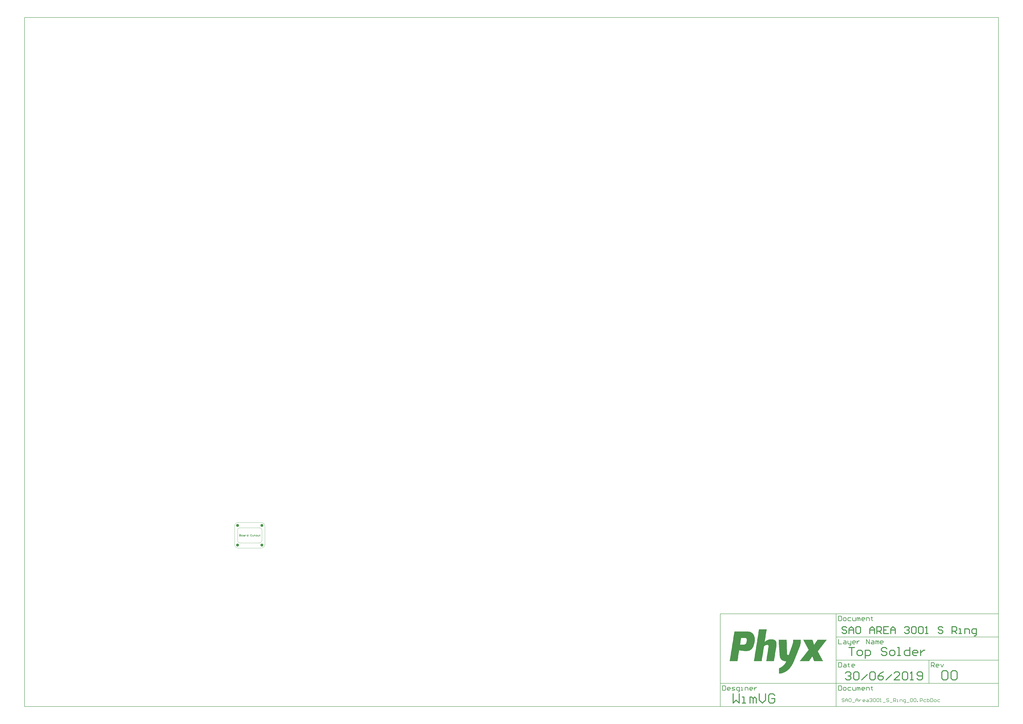
<source format=gts>
G04*
G04 #@! TF.GenerationSoftware,Altium Limited,Altium Designer,18.1.11 (251)*
G04*
G04 Layer_Color=8388736*
%FSLAX25Y25*%
%MOIN*%
G70*
G01*
G75*
%ADD10C,0.01575*%
%ADD11C,0.00394*%
%ADD12C,0.00591*%
%ADD13C,0.00787*%
%ADD14C,0.00984*%
%ADD15C,0.05118*%
G36*
X1005337Y-155808D02*
X1005050D01*
Y-156094D01*
X1004764D01*
Y-156380D01*
Y-156667D01*
X1004478D01*
Y-156953D01*
X1004192D01*
Y-157239D01*
X1003905D01*
Y-157526D01*
Y-157812D01*
X1003619D01*
Y-158098D01*
X1003333D01*
Y-158385D01*
X1003046D01*
Y-158671D01*
X1002760D01*
Y-158957D01*
Y-159244D01*
X1002474D01*
Y-159530D01*
X1002187D01*
Y-159816D01*
X1001901D01*
Y-160102D01*
Y-160389D01*
X1001615D01*
Y-160675D01*
X1001328D01*
Y-160961D01*
X1001042D01*
Y-161248D01*
X1000756D01*
Y-161534D01*
Y-161820D01*
X1000469D01*
Y-162107D01*
X1000183D01*
Y-162393D01*
X999897D01*
Y-162679D01*
Y-162966D01*
X999611D01*
Y-163252D01*
X999324D01*
Y-163538D01*
X999038D01*
Y-163824D01*
Y-164111D01*
X998752D01*
Y-164397D01*
X998465D01*
Y-164683D01*
X998179D01*
Y-164970D01*
X997893D01*
Y-165256D01*
Y-165542D01*
X997606D01*
Y-165829D01*
X997320D01*
Y-166115D01*
X997034D01*
Y-166401D01*
Y-166688D01*
X996747D01*
Y-166974D01*
X996461D01*
Y-167260D01*
X996175D01*
Y-167547D01*
Y-167833D01*
X995889D01*
Y-168119D01*
X995602D01*
Y-168405D01*
X995316D01*
Y-168692D01*
X995030D01*
Y-168978D01*
Y-169264D01*
X994743D01*
Y-169551D01*
X994457D01*
Y-169837D01*
X994171D01*
Y-170123D01*
Y-170410D01*
X993884D01*
Y-170696D01*
X993598D01*
Y-170982D01*
X993312D01*
Y-171269D01*
Y-171555D01*
X993025D01*
Y-171841D01*
X992739D01*
Y-172127D01*
X992453D01*
Y-172414D01*
X992166D01*
Y-172700D01*
Y-172986D01*
X991880D01*
Y-173273D01*
X991594D01*
Y-173559D01*
X991308D01*
Y-173845D01*
Y-174132D01*
X991021D01*
Y-174418D01*
X990735D01*
Y-174704D01*
X990449D01*
Y-174991D01*
X990162D01*
Y-175277D01*
Y-175563D01*
X990449D01*
Y-175850D01*
Y-176136D01*
X990735D01*
Y-176422D01*
Y-176709D01*
X991021D01*
Y-176995D01*
X991308D01*
Y-177281D01*
Y-177568D01*
X991594D01*
Y-177854D01*
Y-178140D01*
X991880D01*
Y-178426D01*
Y-178713D01*
X992166D01*
Y-178999D01*
Y-179285D01*
X992453D01*
Y-179572D01*
Y-179858D01*
X992739D01*
Y-180144D01*
Y-180431D01*
X993025D01*
Y-180717D01*
Y-181003D01*
X993312D01*
Y-181290D01*
Y-181576D01*
X993598D01*
Y-181862D01*
X993884D01*
Y-182149D01*
Y-182435D01*
X994171D01*
Y-182721D01*
Y-183007D01*
X994457D01*
Y-183294D01*
Y-183580D01*
X994743D01*
Y-183866D01*
Y-184153D01*
X995030D01*
Y-184439D01*
Y-184725D01*
X995316D01*
Y-185012D01*
Y-185298D01*
X995602D01*
Y-185584D01*
Y-185871D01*
X995889D01*
Y-186157D01*
X996175D01*
Y-186443D01*
Y-186730D01*
X996461D01*
Y-187016D01*
Y-187302D01*
X996747D01*
Y-187588D01*
Y-187875D01*
X997034D01*
Y-188161D01*
Y-188447D01*
X997320D01*
Y-188734D01*
Y-189020D01*
X997606D01*
Y-189306D01*
Y-189593D01*
X997893D01*
Y-189879D01*
Y-190165D01*
X998179D01*
Y-190452D01*
X998465D01*
Y-190738D01*
Y-191024D01*
X998752D01*
Y-191311D01*
Y-191597D01*
X999038D01*
Y-191883D01*
X983863D01*
Y-191597D01*
X983577D01*
Y-191311D01*
Y-191024D01*
Y-190738D01*
X983291D01*
Y-190452D01*
Y-190165D01*
Y-189879D01*
X983004D01*
Y-189593D01*
Y-189306D01*
X982718D01*
Y-189020D01*
Y-188734D01*
Y-188447D01*
X982432D01*
Y-188161D01*
Y-187875D01*
Y-187588D01*
X982146D01*
Y-187302D01*
Y-187016D01*
X981859D01*
Y-186730D01*
Y-186443D01*
Y-186157D01*
X981573D01*
Y-185871D01*
Y-185584D01*
Y-185298D01*
X981287D01*
Y-185012D01*
Y-184725D01*
Y-184439D01*
X981000D01*
Y-184153D01*
X980428D01*
Y-184439D01*
Y-184725D01*
X980141D01*
Y-185012D01*
X979855D01*
Y-185298D01*
Y-185584D01*
X979569D01*
Y-185871D01*
X979282D01*
Y-186157D01*
Y-186443D01*
X978996D01*
Y-186730D01*
X978710D01*
Y-187016D01*
Y-187302D01*
X978423D01*
Y-187588D01*
X978137D01*
Y-187875D01*
X977851D01*
Y-188161D01*
Y-188447D01*
X977565D01*
Y-188734D01*
X977278D01*
Y-189020D01*
Y-189306D01*
X976992D01*
Y-189593D01*
X976705D01*
Y-189879D01*
Y-190165D01*
X976419D01*
Y-190452D01*
X976133D01*
Y-190738D01*
Y-191024D01*
X975847D01*
Y-191311D01*
X975560D01*
Y-191597D01*
Y-191883D01*
X959527D01*
Y-191597D01*
X959813D01*
Y-191311D01*
X960099D01*
Y-191024D01*
X960386D01*
Y-190738D01*
X960672D01*
Y-190452D01*
Y-190165D01*
X960958D01*
Y-189879D01*
X961245D01*
Y-189593D01*
X961531D01*
Y-189306D01*
X961817D01*
Y-189020D01*
Y-188734D01*
X962104D01*
Y-188447D01*
X962390D01*
Y-188161D01*
X962676D01*
Y-187875D01*
Y-187588D01*
X962963D01*
Y-187302D01*
X963249D01*
Y-187016D01*
X963535D01*
Y-186730D01*
X963822D01*
Y-186443D01*
Y-186157D01*
X964108D01*
Y-185871D01*
X964394D01*
Y-185584D01*
X964680D01*
Y-185298D01*
X964967D01*
Y-185012D01*
Y-184725D01*
X965253D01*
Y-184439D01*
X965539D01*
Y-184153D01*
X965826D01*
Y-183866D01*
Y-183580D01*
X966112D01*
Y-183294D01*
X966398D01*
Y-183007D01*
X966685D01*
Y-182721D01*
X966971D01*
Y-182435D01*
Y-182149D01*
X967257D01*
Y-181862D01*
X967544D01*
Y-181576D01*
X967830D01*
Y-181290D01*
Y-181003D01*
X968116D01*
Y-180717D01*
X968402D01*
Y-180431D01*
X968689D01*
Y-180144D01*
X968975D01*
Y-179858D01*
Y-179572D01*
X969261D01*
Y-179285D01*
X969548D01*
Y-178999D01*
X969834D01*
Y-178713D01*
Y-178426D01*
X970120D01*
Y-178140D01*
X970407D01*
Y-177854D01*
X970693D01*
Y-177568D01*
X970979D01*
Y-177281D01*
Y-176995D01*
X971266D01*
Y-176709D01*
X971552D01*
Y-176422D01*
X971838D01*
Y-176136D01*
X972124D01*
Y-175850D01*
Y-175563D01*
X972411D01*
Y-175277D01*
X972697D01*
Y-174991D01*
X972983D01*
Y-174704D01*
Y-174418D01*
X973270D01*
Y-174132D01*
X973556D01*
Y-173845D01*
X973842D01*
Y-173559D01*
X974129D01*
Y-173273D01*
Y-172986D01*
X974415D01*
Y-172700D01*
Y-172414D01*
Y-172127D01*
X974129D01*
Y-171841D01*
X973842D01*
Y-171555D01*
Y-171269D01*
X973556D01*
Y-170982D01*
Y-170696D01*
X973270D01*
Y-170410D01*
Y-170123D01*
X972983D01*
Y-169837D01*
Y-169551D01*
X972697D01*
Y-169264D01*
Y-168978D01*
X972411D01*
Y-168692D01*
Y-168405D01*
X972124D01*
Y-168119D01*
X971838D01*
Y-167833D01*
Y-167547D01*
X971552D01*
Y-167260D01*
Y-166974D01*
X971266D01*
Y-166688D01*
Y-166401D01*
X970979D01*
Y-166115D01*
Y-165829D01*
X970693D01*
Y-165542D01*
Y-165256D01*
X970407D01*
Y-164970D01*
Y-164683D01*
X970120D01*
Y-164397D01*
X969834D01*
Y-164111D01*
Y-163824D01*
X969548D01*
Y-163538D01*
Y-163252D01*
X969261D01*
Y-162966D01*
Y-162679D01*
X968975D01*
Y-162393D01*
Y-162107D01*
X968689D01*
Y-161820D01*
Y-161534D01*
X968402D01*
Y-161248D01*
Y-160961D01*
X968116D01*
Y-160675D01*
Y-160389D01*
X967830D01*
Y-160102D01*
X967544D01*
Y-159816D01*
Y-159530D01*
X967257D01*
Y-159244D01*
Y-158957D01*
X966971D01*
Y-158671D01*
Y-158385D01*
X966685D01*
Y-158098D01*
Y-157812D01*
X966398D01*
Y-157526D01*
Y-157239D01*
X966112D01*
Y-156953D01*
Y-156667D01*
X965826D01*
Y-156380D01*
X965539D01*
Y-156094D01*
Y-155808D01*
X965253D01*
Y-155521D01*
X981000D01*
Y-155808D01*
X981287D01*
Y-156094D01*
Y-156380D01*
Y-156667D01*
X981573D01*
Y-156953D01*
Y-157239D01*
Y-157526D01*
X981859D01*
Y-157812D01*
Y-158098D01*
Y-158385D01*
X982146D01*
Y-158671D01*
Y-158957D01*
Y-159244D01*
X982432D01*
Y-159530D01*
Y-159816D01*
Y-160102D01*
X982718D01*
Y-160389D01*
Y-160675D01*
Y-160961D01*
X983004D01*
Y-161248D01*
Y-161534D01*
Y-161820D01*
X983291D01*
Y-162107D01*
Y-162393D01*
Y-162679D01*
X983577D01*
Y-162966D01*
Y-163252D01*
Y-163538D01*
Y-163824D01*
X984150D01*
Y-163538D01*
X984436D01*
Y-163252D01*
X984722D01*
Y-162966D01*
Y-162679D01*
X985009D01*
Y-162393D01*
X985295D01*
Y-162107D01*
Y-161820D01*
X985581D01*
Y-161534D01*
X985868D01*
Y-161248D01*
Y-160961D01*
X986154D01*
Y-160675D01*
X986440D01*
Y-160389D01*
Y-160102D01*
X986726D01*
Y-159816D01*
X987013D01*
Y-159530D01*
Y-159244D01*
X987299D01*
Y-158957D01*
X987585D01*
Y-158671D01*
Y-158385D01*
X987872D01*
Y-158098D01*
X988158D01*
Y-157812D01*
Y-157526D01*
X988444D01*
Y-157239D01*
X988731D01*
Y-156953D01*
Y-156667D01*
X989017D01*
Y-156380D01*
X989303D01*
Y-156094D01*
Y-155808D01*
X989590D01*
Y-155521D01*
X1005337D01*
Y-155808D01*
D02*
G37*
G36*
X872201Y-141778D02*
X873919D01*
Y-142065D01*
X874778D01*
Y-142351D01*
X875637D01*
Y-142637D01*
X876496D01*
Y-142924D01*
X877069D01*
Y-143210D01*
X877355D01*
Y-143496D01*
X877928D01*
Y-143783D01*
X878214D01*
Y-144069D01*
X878786D01*
Y-144355D01*
X879073D01*
Y-144641D01*
X879359D01*
Y-144928D01*
X879646D01*
Y-145214D01*
X879932D01*
Y-145501D01*
X880218D01*
Y-145787D01*
X880504D01*
Y-146073D01*
Y-146359D01*
X880791D01*
Y-146646D01*
X881077D01*
Y-146932D01*
Y-147218D01*
X881363D01*
Y-147505D01*
X881650D01*
Y-147791D01*
Y-148077D01*
X881936D01*
Y-148364D01*
Y-148650D01*
Y-148936D01*
X882222D01*
Y-149223D01*
Y-149509D01*
Y-149795D01*
X882509D01*
Y-150082D01*
Y-150368D01*
Y-150654D01*
Y-150940D01*
X882795D01*
Y-151227D01*
Y-151513D01*
Y-151799D01*
Y-152086D01*
Y-152372D01*
X883081D01*
Y-152658D01*
Y-152945D01*
Y-153231D01*
Y-153517D01*
Y-153804D01*
Y-154090D01*
Y-154376D01*
Y-154663D01*
Y-154949D01*
Y-155235D01*
Y-155521D01*
Y-155808D01*
Y-156094D01*
Y-156380D01*
Y-156667D01*
Y-156953D01*
Y-157239D01*
Y-157526D01*
Y-157812D01*
Y-158098D01*
X882795D01*
Y-158385D01*
Y-158671D01*
Y-158957D01*
Y-159244D01*
Y-159530D01*
Y-159816D01*
Y-160102D01*
X882509D01*
Y-160389D01*
Y-160675D01*
Y-160961D01*
Y-161248D01*
Y-161534D01*
X882222D01*
Y-161820D01*
Y-162107D01*
Y-162393D01*
Y-162679D01*
Y-162966D01*
X881936D01*
Y-163252D01*
Y-163538D01*
Y-163824D01*
X881650D01*
Y-164111D01*
Y-164397D01*
Y-164683D01*
Y-164970D01*
X881363D01*
Y-165256D01*
Y-165542D01*
Y-165829D01*
X881077D01*
Y-166115D01*
Y-166401D01*
X880791D01*
Y-166688D01*
Y-166974D01*
Y-167260D01*
X880504D01*
Y-167547D01*
Y-167833D01*
X880218D01*
Y-168119D01*
Y-168405D01*
X879932D01*
Y-168692D01*
Y-168978D01*
X879646D01*
Y-169264D01*
X879359D01*
Y-169551D01*
Y-169837D01*
X879073D01*
Y-170123D01*
X878786D01*
Y-170410D01*
X878500D01*
Y-170696D01*
Y-170982D01*
X878214D01*
Y-171269D01*
X877928D01*
Y-171555D01*
X877641D01*
Y-171841D01*
X877355D01*
Y-172127D01*
X877069D01*
Y-172414D01*
X876496D01*
Y-172700D01*
X876210D01*
Y-172986D01*
X875637D01*
Y-173273D01*
X875351D01*
Y-173559D01*
X874778D01*
Y-173845D01*
X873919D01*
Y-174132D01*
X873060D01*
Y-174418D01*
X872201D01*
Y-174704D01*
X870483D01*
Y-174991D01*
X865330D01*
Y-174704D01*
X862753D01*
Y-174418D01*
X860749D01*
Y-174132D01*
X859317D01*
Y-173845D01*
X857886D01*
Y-173559D01*
X856454D01*
Y-173845D01*
Y-174132D01*
Y-174418D01*
Y-174704D01*
Y-174991D01*
Y-175277D01*
Y-175563D01*
X856168D01*
Y-175850D01*
Y-176136D01*
Y-176422D01*
Y-176709D01*
Y-176995D01*
Y-177281D01*
X855882D01*
Y-177568D01*
Y-177854D01*
Y-178140D01*
Y-178426D01*
Y-178713D01*
Y-178999D01*
X855595D01*
Y-179285D01*
Y-179572D01*
Y-179858D01*
Y-180144D01*
Y-180431D01*
Y-180717D01*
Y-181003D01*
X855309D01*
Y-181290D01*
Y-181576D01*
Y-181862D01*
Y-182149D01*
Y-182435D01*
Y-182721D01*
X855023D01*
Y-183007D01*
Y-183294D01*
Y-183580D01*
Y-183866D01*
Y-184153D01*
Y-184439D01*
X854736D01*
Y-184725D01*
Y-185012D01*
Y-185298D01*
Y-185584D01*
Y-185871D01*
Y-186157D01*
Y-186443D01*
X854450D01*
Y-186730D01*
Y-187016D01*
Y-187302D01*
Y-187588D01*
Y-187875D01*
Y-188161D01*
X854164D01*
Y-188447D01*
Y-188734D01*
Y-189020D01*
Y-189306D01*
Y-189593D01*
Y-189879D01*
X853877D01*
Y-190165D01*
Y-190452D01*
Y-190738D01*
Y-191024D01*
Y-191311D01*
Y-191597D01*
Y-191883D01*
X840421D01*
Y-191597D01*
X840707D01*
Y-191311D01*
Y-191024D01*
Y-190738D01*
Y-190452D01*
Y-190165D01*
X840993D01*
Y-189879D01*
Y-189593D01*
Y-189306D01*
Y-189020D01*
Y-188734D01*
Y-188447D01*
Y-188161D01*
X841280D01*
Y-187875D01*
Y-187588D01*
Y-187302D01*
Y-187016D01*
Y-186730D01*
Y-186443D01*
X841566D01*
Y-186157D01*
Y-185871D01*
Y-185584D01*
Y-185298D01*
Y-185012D01*
Y-184725D01*
X841852D01*
Y-184439D01*
Y-184153D01*
Y-183866D01*
Y-183580D01*
Y-183294D01*
Y-183007D01*
Y-182721D01*
X842138D01*
Y-182435D01*
Y-182149D01*
Y-181862D01*
Y-181576D01*
Y-181290D01*
Y-181003D01*
X842425D01*
Y-180717D01*
Y-180431D01*
Y-180144D01*
Y-179858D01*
Y-179572D01*
Y-179285D01*
X842711D01*
Y-178999D01*
Y-178713D01*
Y-178426D01*
Y-178140D01*
Y-177854D01*
Y-177568D01*
X842997D01*
Y-177281D01*
Y-176995D01*
Y-176709D01*
Y-176422D01*
Y-176136D01*
Y-175850D01*
Y-175563D01*
X843284D01*
Y-175277D01*
Y-174991D01*
Y-174704D01*
Y-174418D01*
Y-174132D01*
Y-173845D01*
X843570D01*
Y-173559D01*
Y-173273D01*
Y-172986D01*
Y-172700D01*
Y-172414D01*
Y-172127D01*
X843856D01*
Y-171841D01*
Y-171555D01*
Y-171269D01*
Y-170982D01*
Y-170696D01*
Y-170410D01*
X844143D01*
Y-170123D01*
Y-169837D01*
Y-169551D01*
Y-169264D01*
Y-168978D01*
Y-168692D01*
Y-168405D01*
X844429D01*
Y-168119D01*
Y-167833D01*
Y-167547D01*
Y-167260D01*
Y-166974D01*
Y-166688D01*
X844715D01*
Y-166401D01*
Y-166115D01*
Y-165829D01*
Y-165542D01*
Y-165256D01*
Y-164970D01*
X845002D01*
Y-164683D01*
Y-164397D01*
Y-164111D01*
Y-163824D01*
Y-163538D01*
Y-163252D01*
Y-162966D01*
X845288D01*
Y-162679D01*
Y-162393D01*
Y-162107D01*
Y-161820D01*
Y-161534D01*
Y-161248D01*
X845574D01*
Y-160961D01*
Y-160675D01*
Y-160389D01*
Y-160102D01*
Y-159816D01*
Y-159530D01*
X845861D01*
Y-159244D01*
Y-158957D01*
Y-158671D01*
Y-158385D01*
Y-158098D01*
Y-157812D01*
X846147D01*
Y-157526D01*
Y-157239D01*
Y-156953D01*
Y-156667D01*
Y-156380D01*
Y-156094D01*
Y-155808D01*
X846433D01*
Y-155521D01*
Y-155235D01*
Y-154949D01*
Y-154663D01*
Y-154376D01*
Y-154090D01*
X846719D01*
Y-153804D01*
Y-153517D01*
Y-153231D01*
Y-152945D01*
Y-152658D01*
Y-152372D01*
X847006D01*
Y-152086D01*
Y-151799D01*
Y-151513D01*
Y-151227D01*
Y-150940D01*
Y-150654D01*
Y-150368D01*
X847292D01*
Y-150082D01*
Y-149795D01*
Y-149509D01*
Y-149223D01*
Y-148936D01*
Y-148650D01*
X847578D01*
Y-148364D01*
Y-148077D01*
Y-147791D01*
Y-147505D01*
Y-147218D01*
Y-146932D01*
X847865D01*
Y-146646D01*
Y-146359D01*
Y-146073D01*
Y-145787D01*
Y-145501D01*
Y-145214D01*
Y-144928D01*
X848151D01*
Y-144641D01*
Y-144355D01*
Y-144069D01*
Y-143783D01*
Y-143496D01*
Y-143210D01*
X848437D01*
Y-142924D01*
Y-142637D01*
Y-142351D01*
Y-142065D01*
Y-141778D01*
Y-141492D01*
X872201D01*
Y-141778D01*
D02*
G37*
G36*
X961245Y-155808D02*
Y-156094D01*
Y-156380D01*
Y-156667D01*
Y-156953D01*
Y-157239D01*
Y-157526D01*
Y-157812D01*
Y-158098D01*
Y-158385D01*
Y-158671D01*
Y-158957D01*
Y-159244D01*
Y-159530D01*
Y-159816D01*
Y-160102D01*
Y-160389D01*
Y-160675D01*
Y-160961D01*
Y-161248D01*
Y-161534D01*
X960958D01*
Y-161820D01*
Y-162107D01*
Y-162393D01*
Y-162679D01*
Y-162966D01*
X960672D01*
Y-163252D01*
Y-163538D01*
Y-163824D01*
Y-164111D01*
X960386D01*
Y-164397D01*
Y-164683D01*
Y-164970D01*
Y-165256D01*
X960099D01*
Y-165542D01*
Y-165829D01*
Y-166115D01*
X959813D01*
Y-166401D01*
Y-166688D01*
Y-166974D01*
X959527D01*
Y-167260D01*
Y-167547D01*
Y-167833D01*
X959241D01*
Y-168119D01*
Y-168405D01*
Y-168692D01*
X958954D01*
Y-168978D01*
Y-169264D01*
X958668D01*
Y-169551D01*
Y-169837D01*
X958381D01*
Y-170123D01*
Y-170410D01*
Y-170696D01*
X958095D01*
Y-170982D01*
Y-171269D01*
X957809D01*
Y-171555D01*
Y-171841D01*
Y-172127D01*
X957523D01*
Y-172414D01*
Y-172700D01*
X957236D01*
Y-172986D01*
Y-173273D01*
Y-173559D01*
X956950D01*
Y-173845D01*
Y-174132D01*
X956664D01*
Y-174418D01*
Y-174704D01*
Y-174991D01*
X956377D01*
Y-175277D01*
Y-175563D01*
X956091D01*
Y-175850D01*
Y-176136D01*
Y-176422D01*
X955805D01*
Y-176709D01*
Y-176995D01*
X955518D01*
Y-177281D01*
Y-177568D01*
Y-177854D01*
X955232D01*
Y-178140D01*
Y-178426D01*
X954946D01*
Y-178713D01*
Y-178999D01*
Y-179285D01*
X954659D01*
Y-179572D01*
Y-179858D01*
X954373D01*
Y-180144D01*
Y-180431D01*
Y-180717D01*
X954087D01*
Y-181003D01*
Y-181290D01*
X953800D01*
Y-181576D01*
Y-181862D01*
Y-182149D01*
X953514D01*
Y-182435D01*
Y-182721D01*
X953228D01*
Y-183007D01*
Y-183294D01*
Y-183580D01*
X952942D01*
Y-183866D01*
Y-184153D01*
X952655D01*
Y-184439D01*
Y-184725D01*
Y-185012D01*
X952369D01*
Y-185298D01*
Y-185584D01*
X952083D01*
Y-185871D01*
Y-186157D01*
Y-186443D01*
X951796D01*
Y-186730D01*
Y-187016D01*
X951510D01*
Y-187302D01*
Y-187588D01*
Y-187875D01*
X951224D01*
Y-188161D01*
Y-188447D01*
X950937D01*
Y-188734D01*
Y-189020D01*
Y-189306D01*
X950651D01*
Y-189593D01*
Y-189879D01*
X950365D01*
Y-190165D01*
Y-190452D01*
Y-190738D01*
X950078D01*
Y-191024D01*
Y-191311D01*
X949792D01*
Y-191597D01*
Y-191883D01*
Y-192169D01*
X949506D01*
Y-192456D01*
Y-192742D01*
X949220D01*
Y-193028D01*
Y-193315D01*
X948933D01*
Y-193601D01*
Y-193887D01*
X948647D01*
Y-194174D01*
Y-194460D01*
Y-194746D01*
X948361D01*
Y-195033D01*
X948074D01*
Y-195319D01*
Y-195605D01*
Y-195891D01*
X947788D01*
Y-196178D01*
X947502D01*
Y-196464D01*
Y-196750D01*
X947215D01*
Y-197037D01*
Y-197323D01*
X946929D01*
Y-197609D01*
Y-197896D01*
X946643D01*
Y-198182D01*
Y-198468D01*
X946356D01*
Y-198755D01*
X946070D01*
Y-199041D01*
Y-199327D01*
X945784D01*
Y-199614D01*
Y-199900D01*
X945497D01*
Y-200186D01*
X945211D01*
Y-200472D01*
X944925D01*
Y-200759D01*
Y-201045D01*
X944639D01*
Y-201331D01*
X944352D01*
Y-201618D01*
Y-201904D01*
X944066D01*
Y-202190D01*
X943780D01*
Y-202477D01*
X943493D01*
Y-202763D01*
Y-203049D01*
X943207D01*
Y-203336D01*
X942921D01*
Y-203622D01*
X942634D01*
Y-203908D01*
X942348D01*
Y-204195D01*
X942062D01*
Y-204481D01*
Y-204767D01*
X941775D01*
Y-205053D01*
X941489D01*
Y-205340D01*
X941203D01*
Y-205626D01*
X940916D01*
Y-205912D01*
X940630D01*
Y-206199D01*
X940344D01*
Y-206485D01*
X940057D01*
Y-206771D01*
X939485D01*
Y-207058D01*
X939199D01*
Y-207344D01*
X938912D01*
Y-207630D01*
X938626D01*
Y-207917D01*
X938340D01*
Y-208203D01*
X937767D01*
Y-208489D01*
X937481D01*
Y-208776D01*
X936908D01*
Y-209062D01*
X936622D01*
Y-209348D01*
X936049D01*
Y-209634D01*
X935763D01*
Y-209921D01*
X935190D01*
Y-210207D01*
X934618D01*
Y-210493D01*
X934045D01*
Y-210780D01*
X933472D01*
Y-211066D01*
X932900D01*
Y-211352D01*
X932041D01*
Y-211639D01*
X931468D01*
Y-211925D01*
X930609D01*
Y-212211D01*
X929464D01*
Y-212498D01*
X928319D01*
Y-212784D01*
X926601D01*
Y-213070D01*
X924597D01*
Y-213357D01*
X924310D01*
Y-213070D01*
Y-212784D01*
Y-212498D01*
Y-212211D01*
Y-211925D01*
Y-211639D01*
Y-211352D01*
Y-211066D01*
Y-210780D01*
Y-210493D01*
Y-210207D01*
Y-209921D01*
Y-209634D01*
Y-209348D01*
Y-209062D01*
Y-208776D01*
Y-208489D01*
Y-208203D01*
Y-207917D01*
Y-207630D01*
Y-207344D01*
Y-207058D01*
Y-206771D01*
Y-206485D01*
Y-206199D01*
Y-205912D01*
Y-205626D01*
Y-205340D01*
Y-205053D01*
Y-204767D01*
Y-204481D01*
Y-204195D01*
Y-203908D01*
X924883D01*
Y-203622D01*
X925455D01*
Y-203336D01*
X926028D01*
Y-203049D01*
X926601D01*
Y-202763D01*
X927173D01*
Y-202477D01*
X927746D01*
Y-202190D01*
X928032D01*
Y-201904D01*
X928605D01*
Y-201618D01*
X928891D01*
Y-201331D01*
X929464D01*
Y-201045D01*
X929750D01*
Y-200759D01*
X930037D01*
Y-200472D01*
X930609D01*
Y-200186D01*
X930896D01*
Y-199900D01*
X931182D01*
Y-199614D01*
X931468D01*
Y-199327D01*
X931754D01*
Y-199041D01*
X932041D01*
Y-198755D01*
X932327D01*
Y-198468D01*
X932613D01*
Y-198182D01*
X932900D01*
Y-197896D01*
X933186D01*
Y-197609D01*
X933472D01*
Y-197323D01*
X933759D01*
Y-197037D01*
Y-196750D01*
X934045D01*
Y-196464D01*
X934331D01*
Y-196178D01*
X934618D01*
Y-195891D01*
Y-195605D01*
X934904D01*
Y-195319D01*
X935190D01*
Y-195033D01*
Y-194746D01*
X935476D01*
Y-194460D01*
Y-194174D01*
X935763D01*
Y-193887D01*
X936049D01*
Y-193601D01*
Y-193315D01*
X936335D01*
Y-193028D01*
Y-192742D01*
X936622D01*
Y-192456D01*
Y-192169D01*
X934904D01*
Y-191883D01*
X932900D01*
Y-191597D01*
X931754D01*
Y-191311D01*
X931182D01*
Y-191024D01*
X930323D01*
Y-190738D01*
X929750D01*
Y-190452D01*
X929464D01*
Y-190165D01*
X928891D01*
Y-189879D01*
X928605D01*
Y-189593D01*
X928319D01*
Y-189306D01*
X928032D01*
Y-189020D01*
X927746D01*
Y-188734D01*
X927460D01*
Y-188447D01*
Y-188161D01*
X927173D01*
Y-187875D01*
X926887D01*
Y-187588D01*
Y-187302D01*
X926601D01*
Y-187016D01*
Y-186730D01*
X926315D01*
Y-186443D01*
Y-186157D01*
X926028D01*
Y-185871D01*
Y-185584D01*
Y-185298D01*
X925742D01*
Y-185012D01*
Y-184725D01*
Y-184439D01*
Y-184153D01*
X925455D01*
Y-183866D01*
Y-183580D01*
Y-183294D01*
Y-183007D01*
Y-182721D01*
Y-182435D01*
Y-182149D01*
X925169D01*
Y-181862D01*
Y-181576D01*
Y-181290D01*
Y-181003D01*
Y-180717D01*
Y-180431D01*
Y-180144D01*
Y-179858D01*
Y-179572D01*
Y-179285D01*
Y-178999D01*
Y-178713D01*
Y-178426D01*
Y-178140D01*
Y-177854D01*
X924883D01*
Y-177568D01*
Y-177281D01*
Y-176995D01*
Y-176709D01*
Y-176422D01*
Y-176136D01*
Y-175850D01*
Y-175563D01*
Y-175277D01*
Y-174991D01*
Y-174704D01*
Y-174418D01*
Y-174132D01*
Y-173845D01*
Y-173559D01*
X924597D01*
Y-173273D01*
Y-172986D01*
Y-172700D01*
Y-172414D01*
Y-172127D01*
Y-171841D01*
Y-171555D01*
Y-171269D01*
Y-170982D01*
Y-170696D01*
Y-170410D01*
Y-170123D01*
Y-169837D01*
Y-169551D01*
Y-169264D01*
Y-168978D01*
X924310D01*
Y-168692D01*
Y-168405D01*
Y-168119D01*
Y-167833D01*
Y-167547D01*
Y-167260D01*
Y-166974D01*
Y-166688D01*
Y-166401D01*
Y-166115D01*
Y-165829D01*
Y-165542D01*
Y-165256D01*
Y-164970D01*
Y-164683D01*
Y-164397D01*
X924024D01*
Y-164111D01*
Y-163824D01*
Y-163538D01*
Y-163252D01*
Y-162966D01*
Y-162679D01*
Y-162393D01*
Y-162107D01*
Y-161820D01*
Y-161534D01*
Y-161248D01*
Y-160961D01*
Y-160675D01*
Y-160389D01*
X923738D01*
Y-160102D01*
Y-159816D01*
Y-159530D01*
Y-159244D01*
Y-158957D01*
Y-158671D01*
Y-158385D01*
Y-158098D01*
Y-157812D01*
Y-157526D01*
Y-157239D01*
Y-156953D01*
Y-156667D01*
Y-156380D01*
Y-156094D01*
Y-155808D01*
X923451D01*
Y-155521D01*
X937194D01*
Y-155808D01*
Y-156094D01*
Y-156380D01*
Y-156667D01*
Y-156953D01*
Y-157239D01*
Y-157526D01*
Y-157812D01*
Y-158098D01*
Y-158385D01*
Y-158671D01*
Y-158957D01*
Y-159244D01*
Y-159530D01*
X937481D01*
Y-159816D01*
Y-160102D01*
Y-160389D01*
Y-160675D01*
Y-160961D01*
Y-161248D01*
Y-161534D01*
Y-161820D01*
Y-162107D01*
Y-162393D01*
Y-162679D01*
Y-162966D01*
Y-163252D01*
Y-163538D01*
Y-163824D01*
Y-164111D01*
Y-164397D01*
Y-164683D01*
Y-164970D01*
Y-165256D01*
Y-165542D01*
Y-165829D01*
Y-166115D01*
Y-166401D01*
Y-166688D01*
Y-166974D01*
Y-167260D01*
Y-167547D01*
Y-167833D01*
Y-168119D01*
Y-168405D01*
Y-168692D01*
Y-168978D01*
Y-169264D01*
Y-169551D01*
Y-169837D01*
Y-170123D01*
Y-170410D01*
Y-170696D01*
Y-170982D01*
Y-171269D01*
X937767D01*
Y-171555D01*
X937481D01*
Y-171841D01*
Y-172127D01*
X937767D01*
Y-172414D01*
Y-172700D01*
Y-172986D01*
Y-173273D01*
Y-173559D01*
Y-173845D01*
Y-174132D01*
Y-174418D01*
Y-174704D01*
Y-174991D01*
Y-175277D01*
Y-175563D01*
Y-175850D01*
Y-176136D01*
Y-176422D01*
Y-176709D01*
Y-176995D01*
Y-177281D01*
Y-177568D01*
Y-177854D01*
Y-178140D01*
Y-178426D01*
Y-178713D01*
Y-178999D01*
Y-179285D01*
Y-179572D01*
X938053D01*
Y-179858D01*
Y-180144D01*
Y-180431D01*
X938340D01*
Y-180717D01*
X938626D01*
Y-181003D01*
X938912D01*
Y-181290D01*
X939771D01*
Y-181576D01*
X940630D01*
Y-181290D01*
X940916D01*
Y-181003D01*
Y-180717D01*
Y-180431D01*
X941203D01*
Y-180144D01*
Y-179858D01*
X941489D01*
Y-179572D01*
Y-179285D01*
Y-178999D01*
X941775D01*
Y-178713D01*
Y-178426D01*
Y-178140D01*
X942062D01*
Y-177854D01*
Y-177568D01*
Y-177281D01*
X942348D01*
Y-176995D01*
Y-176709D01*
Y-176422D01*
X942634D01*
Y-176136D01*
Y-175850D01*
X942921D01*
Y-175563D01*
Y-175277D01*
Y-174991D01*
X943207D01*
Y-174704D01*
Y-174418D01*
Y-174132D01*
X943493D01*
Y-173845D01*
Y-173559D01*
Y-173273D01*
X943780D01*
Y-172986D01*
Y-172700D01*
X944066D01*
Y-172414D01*
Y-172127D01*
Y-171841D01*
X944352D01*
Y-171555D01*
Y-171269D01*
Y-170982D01*
X944639D01*
Y-170696D01*
Y-170410D01*
Y-170123D01*
X944925D01*
Y-169837D01*
Y-169551D01*
X945211D01*
Y-169264D01*
Y-168978D01*
Y-168692D01*
X945497D01*
Y-168405D01*
Y-168119D01*
Y-167833D01*
X945784D01*
Y-167547D01*
Y-167260D01*
Y-166974D01*
X946070D01*
Y-166688D01*
Y-166401D01*
X946356D01*
Y-166115D01*
Y-165829D01*
Y-165542D01*
X946643D01*
Y-165256D01*
Y-164970D01*
Y-164683D01*
X946929D01*
Y-164397D01*
Y-164111D01*
Y-163824D01*
X947215D01*
Y-163538D01*
Y-163252D01*
Y-162966D01*
Y-162679D01*
X947502D01*
Y-162393D01*
Y-162107D01*
Y-161820D01*
Y-161534D01*
X947788D01*
Y-161248D01*
Y-160961D01*
Y-160675D01*
Y-160389D01*
Y-160102D01*
X948074D01*
Y-159816D01*
Y-159530D01*
Y-159244D01*
Y-158957D01*
Y-158671D01*
Y-158385D01*
X948361D01*
Y-158098D01*
Y-157812D01*
Y-157526D01*
Y-157239D01*
Y-156953D01*
Y-156667D01*
Y-156380D01*
Y-156094D01*
Y-155808D01*
Y-155521D01*
X961245D01*
Y-155808D01*
D02*
G37*
G36*
X903409Y-138343D02*
Y-138629D01*
X903123D01*
Y-138915D01*
Y-139202D01*
Y-139488D01*
Y-139774D01*
Y-140060D01*
Y-140347D01*
X902837D01*
Y-140633D01*
Y-140919D01*
Y-141206D01*
Y-141492D01*
Y-141778D01*
Y-142065D01*
X902551D01*
Y-142351D01*
Y-142637D01*
Y-142924D01*
Y-143210D01*
Y-143496D01*
Y-143783D01*
Y-144069D01*
X902264D01*
Y-144355D01*
Y-144641D01*
Y-144928D01*
Y-145214D01*
Y-145501D01*
Y-145787D01*
X901978D01*
Y-146073D01*
Y-146359D01*
Y-146646D01*
Y-146932D01*
Y-147218D01*
Y-147505D01*
X901692D01*
Y-147791D01*
Y-148077D01*
Y-148364D01*
Y-148650D01*
Y-148936D01*
Y-149223D01*
Y-149509D01*
X901405D01*
Y-149795D01*
Y-150082D01*
Y-150368D01*
Y-150654D01*
Y-150940D01*
Y-151227D01*
X901119D01*
Y-151513D01*
Y-151799D01*
Y-152086D01*
Y-152372D01*
Y-152658D01*
Y-152945D01*
X900833D01*
Y-153231D01*
Y-153517D01*
Y-153804D01*
Y-154090D01*
Y-154376D01*
Y-154663D01*
X900546D01*
Y-154949D01*
Y-155235D01*
Y-155521D01*
Y-155808D01*
Y-156094D01*
Y-156380D01*
Y-156667D01*
X900260D01*
Y-156953D01*
Y-157239D01*
Y-157526D01*
Y-157812D01*
Y-158098D01*
Y-158385D01*
X899974D01*
Y-158671D01*
Y-158957D01*
X900546D01*
Y-158671D01*
X900833D01*
Y-158385D01*
X901119D01*
Y-158098D01*
X901692D01*
Y-157812D01*
X901978D01*
Y-157526D01*
X902264D01*
Y-157239D01*
X902837D01*
Y-156953D01*
X903409D01*
Y-156667D01*
X903696D01*
Y-156380D01*
X904268D01*
Y-156094D01*
X905127D01*
Y-155808D01*
X905700D01*
Y-155521D01*
X906559D01*
Y-155235D01*
X907990D01*
Y-154949D01*
X914289D01*
Y-155235D01*
X915435D01*
Y-155521D01*
X916294D01*
Y-155808D01*
X916866D01*
Y-156094D01*
X917153D01*
Y-156380D01*
X917725D01*
Y-156667D01*
X918011D01*
Y-156953D01*
X918298D01*
Y-157239D01*
X918584D01*
Y-157526D01*
X918870D01*
Y-157812D01*
Y-158098D01*
X919157D01*
Y-158385D01*
Y-158671D01*
X919443D01*
Y-158957D01*
Y-159244D01*
Y-159530D01*
X919729D01*
Y-159816D01*
Y-160102D01*
Y-160389D01*
Y-160675D01*
X920016D01*
Y-160961D01*
Y-161248D01*
Y-161534D01*
Y-161820D01*
Y-162107D01*
Y-162393D01*
Y-162679D01*
Y-162966D01*
Y-163252D01*
Y-163538D01*
Y-163824D01*
Y-164111D01*
Y-164397D01*
Y-164683D01*
Y-164970D01*
Y-165256D01*
Y-165542D01*
Y-165829D01*
X919729D01*
Y-166115D01*
Y-166401D01*
Y-166688D01*
Y-166974D01*
Y-167260D01*
Y-167547D01*
Y-167833D01*
X919443D01*
Y-168119D01*
Y-168405D01*
Y-168692D01*
Y-168978D01*
Y-169264D01*
Y-169551D01*
Y-169837D01*
X919157D01*
Y-170123D01*
Y-170410D01*
Y-170696D01*
Y-170982D01*
Y-171269D01*
Y-171555D01*
X918870D01*
Y-171841D01*
Y-172127D01*
Y-172414D01*
Y-172700D01*
Y-172986D01*
Y-173273D01*
X918584D01*
Y-173559D01*
Y-173845D01*
Y-174132D01*
Y-174418D01*
Y-174704D01*
Y-174991D01*
X918298D01*
Y-175277D01*
Y-175563D01*
Y-175850D01*
Y-176136D01*
Y-176422D01*
Y-176709D01*
Y-176995D01*
X918011D01*
Y-177281D01*
Y-177568D01*
Y-177854D01*
Y-178140D01*
Y-178426D01*
Y-178713D01*
X917725D01*
Y-178999D01*
Y-179285D01*
Y-179572D01*
Y-179858D01*
Y-180144D01*
Y-180431D01*
X917439D01*
Y-180717D01*
Y-181003D01*
Y-181290D01*
Y-181576D01*
Y-181862D01*
Y-182149D01*
Y-182435D01*
X917153D01*
Y-182721D01*
Y-183007D01*
Y-183294D01*
Y-183580D01*
Y-183866D01*
Y-184153D01*
X916866D01*
Y-184439D01*
Y-184725D01*
Y-185012D01*
Y-185298D01*
Y-185584D01*
Y-185871D01*
X916580D01*
Y-186157D01*
Y-186443D01*
Y-186730D01*
Y-187016D01*
Y-187302D01*
Y-187588D01*
X916294D01*
Y-187875D01*
Y-188161D01*
Y-188447D01*
Y-188734D01*
Y-189020D01*
Y-189306D01*
Y-189593D01*
X916007D01*
Y-189879D01*
Y-190165D01*
Y-190452D01*
Y-190738D01*
Y-191024D01*
Y-191311D01*
X915721D01*
Y-191597D01*
Y-191883D01*
X902551D01*
Y-191597D01*
Y-191311D01*
X902837D01*
Y-191024D01*
Y-190738D01*
Y-190452D01*
Y-190165D01*
Y-189879D01*
Y-189593D01*
X903123D01*
Y-189306D01*
Y-189020D01*
Y-188734D01*
Y-188447D01*
Y-188161D01*
Y-187875D01*
Y-187588D01*
X903409D01*
Y-187302D01*
Y-187016D01*
Y-186730D01*
Y-186443D01*
Y-186157D01*
Y-185871D01*
X903696D01*
Y-185584D01*
Y-185298D01*
Y-185012D01*
Y-184725D01*
Y-184439D01*
Y-184153D01*
X903982D01*
Y-183866D01*
Y-183580D01*
Y-183294D01*
Y-183007D01*
Y-182721D01*
Y-182435D01*
Y-182149D01*
X904268D01*
Y-181862D01*
Y-181576D01*
Y-181290D01*
Y-181003D01*
Y-180717D01*
Y-180431D01*
X904555D01*
Y-180144D01*
Y-179858D01*
Y-179572D01*
Y-179285D01*
Y-178999D01*
Y-178713D01*
Y-178426D01*
X904841D01*
Y-178140D01*
Y-177854D01*
Y-177568D01*
Y-177281D01*
Y-176995D01*
Y-176709D01*
X905127D01*
Y-176422D01*
Y-176136D01*
Y-175850D01*
Y-175563D01*
Y-175277D01*
Y-174991D01*
X905414D01*
Y-174704D01*
Y-174418D01*
Y-174132D01*
Y-173845D01*
Y-173559D01*
Y-173273D01*
X905700D01*
Y-172986D01*
Y-172700D01*
Y-172414D01*
Y-172127D01*
Y-171841D01*
Y-171555D01*
Y-171269D01*
X905986D01*
Y-170982D01*
Y-170696D01*
Y-170410D01*
Y-170123D01*
Y-169837D01*
Y-169551D01*
X906273D01*
Y-169264D01*
Y-168978D01*
Y-168692D01*
Y-168405D01*
Y-168119D01*
Y-167833D01*
Y-167547D01*
X906559D01*
Y-167260D01*
Y-166974D01*
Y-166688D01*
Y-166401D01*
Y-166115D01*
Y-165829D01*
X906273D01*
Y-165542D01*
Y-165256D01*
X905986D01*
Y-164970D01*
X905700D01*
Y-164683D01*
X905127D01*
Y-164397D01*
X903409D01*
Y-164683D01*
X901978D01*
Y-164970D01*
X901119D01*
Y-165256D01*
X900546D01*
Y-165542D01*
X900260D01*
Y-165829D01*
X899687D01*
Y-166115D01*
X899401D01*
Y-166401D01*
X899115D01*
Y-166688D01*
Y-166974D01*
X898828D01*
Y-167260D01*
Y-167547D01*
Y-167833D01*
X898542D01*
Y-168119D01*
Y-168405D01*
Y-168692D01*
Y-168978D01*
Y-169264D01*
Y-169551D01*
X898256D01*
Y-169837D01*
Y-170123D01*
Y-170410D01*
Y-170696D01*
Y-170982D01*
Y-171269D01*
Y-171555D01*
X897970D01*
Y-171841D01*
Y-172127D01*
Y-172414D01*
Y-172700D01*
Y-172986D01*
Y-173273D01*
X897683D01*
Y-173559D01*
Y-173845D01*
Y-174132D01*
Y-174418D01*
Y-174704D01*
Y-174991D01*
X897397D01*
Y-175277D01*
Y-175563D01*
Y-175850D01*
Y-176136D01*
Y-176422D01*
Y-176709D01*
X897111D01*
Y-176995D01*
Y-177281D01*
Y-177568D01*
Y-177854D01*
Y-178140D01*
Y-178426D01*
Y-178713D01*
X896824D01*
Y-178999D01*
Y-179285D01*
Y-179572D01*
Y-179858D01*
Y-180144D01*
Y-180431D01*
X896538D01*
Y-180717D01*
Y-181003D01*
Y-181290D01*
Y-181576D01*
Y-181862D01*
Y-182149D01*
X896252D01*
Y-182435D01*
Y-182721D01*
Y-183007D01*
Y-183294D01*
Y-183580D01*
Y-183866D01*
Y-184153D01*
X895965D01*
Y-184439D01*
Y-184725D01*
Y-185012D01*
Y-185298D01*
Y-185584D01*
Y-185871D01*
X895679D01*
Y-186157D01*
Y-186443D01*
Y-186730D01*
Y-187016D01*
Y-187302D01*
Y-187588D01*
X895393D01*
Y-187875D01*
Y-188161D01*
Y-188447D01*
Y-188734D01*
Y-189020D01*
Y-189306D01*
X895106D01*
Y-189593D01*
Y-189879D01*
Y-190165D01*
Y-190452D01*
Y-190738D01*
Y-191024D01*
Y-191311D01*
X894820D01*
Y-191597D01*
Y-191883D01*
X881650D01*
Y-191597D01*
Y-191311D01*
X881936D01*
Y-191024D01*
Y-190738D01*
Y-190452D01*
Y-190165D01*
Y-189879D01*
Y-189593D01*
Y-189306D01*
X882222D01*
Y-189020D01*
Y-188734D01*
Y-188447D01*
Y-188161D01*
Y-187875D01*
Y-187588D01*
X882509D01*
Y-187302D01*
Y-187016D01*
Y-186730D01*
Y-186443D01*
Y-186157D01*
Y-185871D01*
X882795D01*
Y-185584D01*
Y-185298D01*
Y-185012D01*
Y-184725D01*
Y-184439D01*
Y-184153D01*
Y-183866D01*
X883081D01*
Y-183580D01*
Y-183294D01*
Y-183007D01*
Y-182721D01*
Y-182435D01*
Y-182149D01*
X883368D01*
Y-181862D01*
Y-181576D01*
Y-181290D01*
Y-181003D01*
Y-180717D01*
Y-180431D01*
X883654D01*
Y-180144D01*
Y-179858D01*
Y-179572D01*
Y-179285D01*
Y-178999D01*
Y-178713D01*
X883940D01*
Y-178426D01*
Y-178140D01*
Y-177854D01*
Y-177568D01*
Y-177281D01*
Y-176995D01*
Y-176709D01*
X884227D01*
Y-176422D01*
Y-176136D01*
Y-175850D01*
Y-175563D01*
Y-175277D01*
Y-174991D01*
X884513D01*
Y-174704D01*
Y-174418D01*
Y-174132D01*
Y-173845D01*
Y-173559D01*
Y-173273D01*
X884799D01*
Y-172986D01*
Y-172700D01*
Y-172414D01*
Y-172127D01*
Y-171841D01*
Y-171555D01*
Y-171269D01*
X885085D01*
Y-170982D01*
Y-170696D01*
Y-170410D01*
Y-170123D01*
Y-169837D01*
Y-169551D01*
X885372D01*
Y-169264D01*
Y-168978D01*
Y-168692D01*
Y-168405D01*
Y-168119D01*
Y-167833D01*
X885658D01*
Y-167547D01*
Y-167260D01*
Y-166974D01*
Y-166688D01*
Y-166401D01*
Y-166115D01*
X885944D01*
Y-165829D01*
Y-165542D01*
Y-165256D01*
Y-164970D01*
Y-164683D01*
Y-164397D01*
Y-164111D01*
X886231D01*
Y-163824D01*
Y-163538D01*
Y-163252D01*
Y-162966D01*
Y-162679D01*
Y-162393D01*
X886517D01*
Y-162107D01*
Y-161820D01*
Y-161534D01*
Y-161248D01*
Y-160961D01*
Y-160675D01*
X886803D01*
Y-160389D01*
Y-160102D01*
Y-159816D01*
Y-159530D01*
Y-159244D01*
Y-158957D01*
X887090D01*
Y-158671D01*
Y-158385D01*
Y-158098D01*
Y-157812D01*
Y-157526D01*
Y-157239D01*
Y-156953D01*
X887376D01*
Y-156667D01*
Y-156380D01*
Y-156094D01*
Y-155808D01*
Y-155521D01*
Y-155235D01*
X887662D01*
Y-154949D01*
Y-154663D01*
Y-154376D01*
Y-154090D01*
Y-153804D01*
Y-153517D01*
X887949D01*
Y-153231D01*
Y-152945D01*
Y-152658D01*
Y-152372D01*
Y-152086D01*
Y-151799D01*
Y-151513D01*
X888235D01*
Y-151227D01*
Y-150940D01*
Y-150654D01*
Y-150368D01*
Y-150082D01*
Y-149795D01*
X888521D01*
Y-149509D01*
Y-149223D01*
Y-148936D01*
Y-148650D01*
Y-148364D01*
Y-148077D01*
X888807D01*
Y-147791D01*
Y-147505D01*
Y-147218D01*
Y-146932D01*
Y-146646D01*
Y-146359D01*
X889094D01*
Y-146073D01*
Y-145787D01*
Y-145501D01*
Y-145214D01*
Y-144928D01*
Y-144641D01*
Y-144355D01*
X889380D01*
Y-144069D01*
Y-143783D01*
Y-143496D01*
Y-143210D01*
Y-142924D01*
Y-142637D01*
X889666D01*
Y-142351D01*
Y-142065D01*
Y-141778D01*
Y-141492D01*
Y-141206D01*
Y-140919D01*
X889953D01*
Y-140633D01*
Y-140347D01*
Y-140060D01*
Y-139774D01*
Y-139488D01*
Y-139202D01*
Y-138915D01*
X890239D01*
Y-138629D01*
Y-138343D01*
Y-138056D01*
X903409D01*
Y-138343D01*
D02*
G37*
%LPC*%
G36*
X867907Y-152658D02*
X859890D01*
Y-152945D01*
Y-153231D01*
Y-153517D01*
Y-153804D01*
Y-154090D01*
X859604D01*
Y-154376D01*
Y-154663D01*
Y-154949D01*
Y-155235D01*
Y-155521D01*
Y-155808D01*
X859317D01*
Y-156094D01*
Y-156380D01*
Y-156667D01*
Y-156953D01*
Y-157239D01*
Y-157526D01*
X859031D01*
Y-157812D01*
Y-158098D01*
Y-158385D01*
Y-158671D01*
Y-158957D01*
Y-159244D01*
X858745D01*
Y-159530D01*
Y-159816D01*
Y-160102D01*
Y-160389D01*
Y-160675D01*
Y-160961D01*
Y-161248D01*
X858458D01*
Y-161534D01*
Y-161820D01*
Y-162107D01*
Y-162393D01*
Y-162679D01*
Y-162966D01*
X858172D01*
Y-163252D01*
Y-163538D01*
Y-163824D01*
X865330D01*
Y-163538D01*
X866475D01*
Y-163252D01*
X867048D01*
Y-162966D01*
X867334D01*
Y-162679D01*
X867620D01*
Y-162393D01*
X867907D01*
Y-162107D01*
X868193D01*
Y-161820D01*
Y-161534D01*
X868479D01*
Y-161248D01*
Y-160961D01*
X868766D01*
Y-160675D01*
Y-160389D01*
X869052D01*
Y-160102D01*
Y-159816D01*
Y-159530D01*
Y-159244D01*
X869338D01*
Y-158957D01*
Y-158671D01*
Y-158385D01*
Y-158098D01*
Y-157812D01*
X869625D01*
Y-157526D01*
Y-157239D01*
Y-156953D01*
Y-156667D01*
Y-156380D01*
Y-156094D01*
Y-155808D01*
Y-155521D01*
Y-155235D01*
Y-154949D01*
Y-154663D01*
X869338D01*
Y-154376D01*
Y-154090D01*
X869052D01*
Y-153804D01*
Y-153517D01*
X868766D01*
Y-153231D01*
X868479D01*
Y-152945D01*
X867907D01*
Y-152658D01*
D02*
G37*
%LPD*%
D10*
X1042921Y-168552D02*
X1052104D01*
X1047513D01*
Y-182327D01*
X1058992D02*
X1063584D01*
X1065879Y-180031D01*
Y-175439D01*
X1063584Y-173144D01*
X1058992D01*
X1056696Y-175439D01*
Y-180031D01*
X1058992Y-182327D01*
X1070471Y-186919D02*
Y-173144D01*
X1077359D01*
X1079655Y-175439D01*
Y-180031D01*
X1077359Y-182327D01*
X1070471D01*
X1107205Y-170848D02*
X1104909Y-168552D01*
X1100317D01*
X1098021Y-170848D01*
Y-173144D01*
X1100317Y-175439D01*
X1104909D01*
X1107205Y-177735D01*
Y-180031D01*
X1104909Y-182327D01*
X1100317D01*
X1098021Y-180031D01*
X1114092Y-182327D02*
X1118684D01*
X1120980Y-180031D01*
Y-175439D01*
X1118684Y-173144D01*
X1114092D01*
X1111796Y-175439D01*
Y-180031D01*
X1114092Y-182327D01*
X1125571D02*
X1130163D01*
X1127867D01*
Y-168552D01*
X1125571D01*
X1146234D02*
Y-182327D01*
X1139347D01*
X1137051Y-180031D01*
Y-175439D01*
X1139347Y-173144D01*
X1146234D01*
X1157713Y-182327D02*
X1153122D01*
X1150826Y-180031D01*
Y-175439D01*
X1153122Y-173144D01*
X1157713D01*
X1160009Y-175439D01*
Y-177735D01*
X1150826D01*
X1164601Y-173144D02*
Y-182327D01*
Y-177735D01*
X1166897Y-175439D01*
X1169193Y-173144D01*
X1171488D01*
X846071Y-247293D02*
Y-263036D01*
X851318Y-257788D01*
X856566Y-263036D01*
Y-247293D01*
X861814Y-263036D02*
X867061D01*
X864437D01*
Y-252540D01*
X861814D01*
X874933Y-263036D02*
Y-252540D01*
X877556D01*
X880180Y-255164D01*
Y-263036D01*
Y-255164D01*
X882804Y-252540D01*
X885428Y-255164D01*
Y-263036D01*
X890676Y-247293D02*
Y-257788D01*
X895923Y-263036D01*
X901171Y-257788D01*
Y-247293D01*
X916914Y-249917D02*
X914290Y-247293D01*
X909042D01*
X906419Y-249917D01*
Y-260412D01*
X909042Y-263036D01*
X914290D01*
X916914Y-260412D01*
Y-255164D01*
X911666D01*
X1200401Y-210546D02*
X1203025Y-207923D01*
X1208273D01*
X1210897Y-210546D01*
Y-221042D01*
X1208273Y-223665D01*
X1203025D01*
X1200401Y-221042D01*
Y-210546D01*
X1216144D02*
X1218768Y-207923D01*
X1224016D01*
X1226639Y-210546D01*
Y-221042D01*
X1224016Y-223665D01*
X1218768D01*
X1216144Y-221042D01*
Y-210546D01*
X1037015Y-212186D02*
X1039311Y-209890D01*
X1043903D01*
X1046199Y-212186D01*
Y-214482D01*
X1043903Y-216778D01*
X1041607D01*
X1043903D01*
X1046199Y-219074D01*
Y-221370D01*
X1043903Y-223665D01*
X1039311D01*
X1037015Y-221370D01*
X1050791Y-212186D02*
X1053086Y-209890D01*
X1057678D01*
X1059974Y-212186D01*
Y-221370D01*
X1057678Y-223665D01*
X1053086D01*
X1050791Y-221370D01*
Y-212186D01*
X1064566Y-223665D02*
X1073749Y-214482D01*
X1078341Y-212186D02*
X1080637Y-209890D01*
X1085228D01*
X1087524Y-212186D01*
Y-221370D01*
X1085228Y-223665D01*
X1080637D01*
X1078341Y-221370D01*
Y-212186D01*
X1101299Y-209890D02*
X1096707Y-212186D01*
X1092116Y-216778D01*
Y-221370D01*
X1094412Y-223665D01*
X1099003D01*
X1101299Y-221370D01*
Y-219074D01*
X1099003Y-216778D01*
X1092116D01*
X1105891Y-223665D02*
X1115074Y-214482D01*
X1128849Y-223665D02*
X1119666D01*
X1128849Y-214482D01*
Y-212186D01*
X1126553Y-209890D01*
X1121962D01*
X1119666Y-212186D01*
X1133441D02*
X1135737Y-209890D01*
X1140329D01*
X1142624Y-212186D01*
Y-221370D01*
X1140329Y-223665D01*
X1135737D01*
X1133441Y-221370D01*
Y-212186D01*
X1147216Y-223665D02*
X1151808D01*
X1149512D01*
Y-209890D01*
X1147216Y-212186D01*
X1158695Y-221370D02*
X1160991Y-223665D01*
X1165583D01*
X1167879Y-221370D01*
Y-212186D01*
X1165583Y-209890D01*
X1160991D01*
X1158695Y-212186D01*
Y-214482D01*
X1160991Y-216778D01*
X1167879D01*
X1038981Y-135086D02*
X1037014Y-133118D01*
X1033078D01*
X1031110Y-135086D01*
Y-137054D01*
X1033078Y-139022D01*
X1037014D01*
X1038981Y-140990D01*
Y-142957D01*
X1037014Y-144925D01*
X1033078D01*
X1031110Y-142957D01*
X1042917Y-144925D02*
Y-137054D01*
X1046853Y-133118D01*
X1050789Y-137054D01*
Y-144925D01*
Y-139022D01*
X1042917D01*
X1060628Y-133118D02*
X1056692D01*
X1054724Y-135086D01*
Y-142957D01*
X1056692Y-144925D01*
X1060628D01*
X1062596Y-142957D01*
Y-135086D01*
X1060628Y-133118D01*
X1078339Y-144925D02*
Y-137054D01*
X1082275Y-133118D01*
X1086210Y-137054D01*
Y-144925D01*
Y-139022D01*
X1078339D01*
X1090146Y-144925D02*
Y-133118D01*
X1096049D01*
X1098017Y-135086D01*
Y-139022D01*
X1096049Y-140990D01*
X1090146D01*
X1094082D02*
X1098017Y-144925D01*
X1109825Y-133118D02*
X1101953D01*
Y-144925D01*
X1109825D01*
X1101953Y-139022D02*
X1105889D01*
X1113760Y-144925D02*
Y-137054D01*
X1117696Y-133118D01*
X1121632Y-137054D01*
Y-144925D01*
Y-139022D01*
X1113760D01*
X1137375Y-135086D02*
X1139343Y-133118D01*
X1143278D01*
X1145246Y-135086D01*
Y-137054D01*
X1143278Y-139022D01*
X1141310D01*
X1143278D01*
X1145246Y-140990D01*
Y-142957D01*
X1143278Y-144925D01*
X1139343D01*
X1137375Y-142957D01*
X1149182Y-135086D02*
X1151150Y-133118D01*
X1155085D01*
X1157053Y-135086D01*
Y-142957D01*
X1155085Y-144925D01*
X1151150D01*
X1149182Y-142957D01*
Y-135086D01*
X1160989D02*
X1162957Y-133118D01*
X1166893D01*
X1168861Y-135086D01*
Y-142957D01*
X1166893Y-144925D01*
X1162957D01*
X1160989Y-142957D01*
Y-135086D01*
X1172796Y-144925D02*
X1176732D01*
X1174764D01*
Y-133118D01*
X1172796Y-135086D01*
X1202314D02*
X1200346Y-133118D01*
X1196411D01*
X1194443Y-135086D01*
Y-137054D01*
X1196411Y-139022D01*
X1200346D01*
X1202314Y-140990D01*
Y-142957D01*
X1200346Y-144925D01*
X1196411D01*
X1194443Y-142957D01*
X1218057Y-144925D02*
Y-133118D01*
X1223961D01*
X1225929Y-135086D01*
Y-139022D01*
X1223961Y-140990D01*
X1218057D01*
X1221993D02*
X1225929Y-144925D01*
X1229865D02*
X1233800D01*
X1231832D01*
Y-137054D01*
X1229865D01*
X1239704Y-144925D02*
Y-137054D01*
X1245607D01*
X1247575Y-139022D01*
Y-144925D01*
X1255447Y-148861D02*
X1257415D01*
X1259383Y-146893D01*
Y-137054D01*
X1253479D01*
X1251511Y-139022D01*
Y-142957D01*
X1253479Y-144925D01*
X1259383D01*
D11*
X46260Y30512D02*
G03*
X42323Y34449I-3937J0D01*
G01*
Y8858D02*
G03*
X46260Y12795I0J3937D01*
G01*
X4921D02*
G03*
X8858Y8858I3937J0D01*
G01*
Y34449D02*
G03*
X4921Y30512I0J-3937D01*
G01*
X0Y5906D02*
G03*
X5906Y0I5906J0D01*
G01*
X51181Y37402D02*
G03*
X45276Y43307I-5906J0D01*
G01*
Y0D02*
G03*
X51181Y5906I0J5906D01*
G01*
X5906Y43307D02*
G03*
X0Y37402I0J-5906D01*
G01*
X8858Y8858D02*
X42323D01*
X46260Y12795D02*
Y30512D01*
X8858Y34449D02*
X42323D01*
X4921Y12795D02*
Y30512D01*
X0Y5906D02*
Y37402D01*
X51181Y5906D02*
Y37402D01*
X5906Y0D02*
X45276D01*
X5906Y43307D02*
X45276D01*
D12*
X8169Y23227D02*
Y20079D01*
X9744D01*
X10268Y20604D01*
Y21128D01*
X9744Y21653D01*
X8169D01*
X9744D01*
X10268Y22178D01*
Y22703D01*
X9744Y23227D01*
X8169D01*
X11843Y20079D02*
X12892D01*
X13417Y20604D01*
Y21653D01*
X12892Y22178D01*
X11843D01*
X11318Y21653D01*
Y20604D01*
X11843Y20079D01*
X14991Y22178D02*
X16041D01*
X16566Y21653D01*
Y20079D01*
X14991D01*
X14467Y20604D01*
X14991Y21128D01*
X16566D01*
X17615Y22178D02*
Y20079D01*
Y21128D01*
X18140Y21653D01*
X18665Y22178D01*
X19189D01*
X22863Y23227D02*
Y20079D01*
X21288D01*
X20764Y20604D01*
Y21653D01*
X21288Y22178D01*
X22863D01*
X29160Y22703D02*
X28635Y23227D01*
X27586D01*
X27061Y22703D01*
Y20604D01*
X27586Y20079D01*
X28635D01*
X29160Y20604D01*
X30209Y22178D02*
Y20604D01*
X30734Y20079D01*
X32309D01*
Y22178D01*
X33883Y22703D02*
Y22178D01*
X33358D01*
X34407D01*
X33883D01*
Y20604D01*
X34407Y20079D01*
X36507D02*
X37556D01*
X38081Y20604D01*
Y21653D01*
X37556Y22178D01*
X36507D01*
X35982Y21653D01*
Y20604D01*
X36507Y20079D01*
X39130Y22178D02*
Y20604D01*
X39655Y20079D01*
X41230D01*
Y22178D01*
X42804Y22703D02*
Y22178D01*
X42279D01*
X43329D01*
X42804D01*
Y20604D01*
X43329Y20079D01*
D13*
X1178748Y-229571D02*
Y-190201D01*
X1021267Y-150831D02*
X1296858D01*
X1021267Y-190201D02*
X1296858D01*
X824417Y-229571D02*
X1296858D01*
X824417Y-111461D02*
X1296858D01*
X824417Y-268941D02*
Y-111461D01*
X1021267Y-268941D02*
Y-111461D01*
X-356685Y900350D02*
X1296858D01*
Y-268941D02*
Y900350D01*
X-356685Y-268941D02*
Y900350D01*
Y-268941D02*
X1296858D01*
X1035046Y-256147D02*
X1034062Y-255164D01*
X1032094D01*
X1031110Y-256147D01*
Y-257131D01*
X1032094Y-258115D01*
X1034062D01*
X1035046Y-259099D01*
Y-260083D01*
X1034062Y-261067D01*
X1032094D01*
X1031110Y-260083D01*
X1037014Y-261067D02*
Y-257131D01*
X1038981Y-255164D01*
X1040949Y-257131D01*
Y-261067D01*
Y-258115D01*
X1037014D01*
X1045869Y-255164D02*
X1043901D01*
X1042917Y-256147D01*
Y-260083D01*
X1043901Y-261067D01*
X1045869D01*
X1046853Y-260083D01*
Y-256147D01*
X1045869Y-255164D01*
X1048821Y-262051D02*
X1052757D01*
X1054724Y-261067D02*
Y-257131D01*
X1056692Y-255164D01*
X1058660Y-257131D01*
Y-261067D01*
Y-258115D01*
X1054724D01*
X1060628Y-257131D02*
Y-261067D01*
Y-259099D01*
X1061612Y-258115D01*
X1062596Y-257131D01*
X1063580D01*
X1069483Y-261067D02*
X1067515D01*
X1066531Y-260083D01*
Y-258115D01*
X1067515Y-257131D01*
X1069483D01*
X1070467Y-258115D01*
Y-259099D01*
X1066531D01*
X1073419Y-257131D02*
X1075387D01*
X1076371Y-258115D01*
Y-261067D01*
X1073419D01*
X1072435Y-260083D01*
X1073419Y-259099D01*
X1076371D01*
X1078339Y-256147D02*
X1079323Y-255164D01*
X1081291D01*
X1082275Y-256147D01*
Y-257131D01*
X1081291Y-258115D01*
X1080307D01*
X1081291D01*
X1082275Y-259099D01*
Y-260083D01*
X1081291Y-261067D01*
X1079323D01*
X1078339Y-260083D01*
X1084242Y-256147D02*
X1085226Y-255164D01*
X1087194D01*
X1088178Y-256147D01*
Y-260083D01*
X1087194Y-261067D01*
X1085226D01*
X1084242Y-260083D01*
Y-256147D01*
X1090146D02*
X1091130Y-255164D01*
X1093098D01*
X1094082Y-256147D01*
Y-260083D01*
X1093098Y-261067D01*
X1091130D01*
X1090146Y-260083D01*
Y-256147D01*
X1096049Y-261067D02*
X1098017D01*
X1097034D01*
Y-255164D01*
X1096049Y-256147D01*
X1100969Y-262051D02*
X1104905D01*
X1110808Y-256147D02*
X1109825Y-255164D01*
X1107857D01*
X1106873Y-256147D01*
Y-257131D01*
X1107857Y-258115D01*
X1109825D01*
X1110808Y-259099D01*
Y-260083D01*
X1109825Y-261067D01*
X1107857D01*
X1106873Y-260083D01*
X1112776Y-262051D02*
X1116712D01*
X1118680Y-261067D02*
Y-255164D01*
X1121632D01*
X1122616Y-256147D01*
Y-258115D01*
X1121632Y-259099D01*
X1118680D01*
X1120648D02*
X1122616Y-261067D01*
X1124584D02*
X1126552D01*
X1125568D01*
Y-257131D01*
X1124584D01*
X1129503Y-261067D02*
Y-257131D01*
X1132455D01*
X1133439Y-258115D01*
Y-261067D01*
X1137375Y-263035D02*
X1138359D01*
X1139343Y-262051D01*
Y-257131D01*
X1136391D01*
X1135407Y-258115D01*
Y-260083D01*
X1136391Y-261067D01*
X1139343D01*
X1141311Y-262051D02*
X1145246D01*
X1147214Y-256147D02*
X1148198Y-255164D01*
X1150166D01*
X1151150Y-256147D01*
Y-260083D01*
X1150166Y-261067D01*
X1148198D01*
X1147214Y-260083D01*
Y-256147D01*
X1153118D02*
X1154102Y-255164D01*
X1156069D01*
X1157053Y-256147D01*
Y-260083D01*
X1156069Y-261067D01*
X1154102D01*
X1153118Y-260083D01*
Y-256147D01*
X1159021Y-261067D02*
Y-260083D01*
X1160005D01*
Y-261067D01*
X1159021D01*
X1163941D02*
Y-255164D01*
X1166893D01*
X1167877Y-256147D01*
Y-258115D01*
X1166893Y-259099D01*
X1163941D01*
X1173780Y-257131D02*
X1170829D01*
X1169845Y-258115D01*
Y-260083D01*
X1170829Y-261067D01*
X1173780D01*
X1175748Y-255164D02*
Y-261067D01*
X1178700D01*
X1179684Y-260083D01*
Y-259099D01*
Y-258115D01*
X1178700Y-257131D01*
X1175748D01*
X1181652Y-255164D02*
Y-261067D01*
X1184604D01*
X1185588Y-260083D01*
Y-256147D01*
X1184604Y-255164D01*
X1181652D01*
X1188539Y-261067D02*
X1190507D01*
X1191491Y-260083D01*
Y-258115D01*
X1190507Y-257131D01*
X1188539D01*
X1187555Y-258115D01*
Y-260083D01*
X1188539Y-261067D01*
X1197395Y-257131D02*
X1194443D01*
X1193459Y-258115D01*
Y-260083D01*
X1194443Y-261067D01*
X1197395D01*
D14*
X1182685Y-202012D02*
Y-194141D01*
X1186621D01*
X1187932Y-195452D01*
Y-198076D01*
X1186621Y-199388D01*
X1182685D01*
X1185308D02*
X1187932Y-202012D01*
X1194492D02*
X1191868D01*
X1190556Y-200700D01*
Y-198076D01*
X1191868Y-196764D01*
X1194492D01*
X1195804Y-198076D01*
Y-199388D01*
X1190556D01*
X1198428Y-196764D02*
X1201052Y-202012D01*
X1203675Y-196764D01*
X828354Y-233511D02*
Y-241382D01*
X832290D01*
X833602Y-240070D01*
Y-234823D01*
X832290Y-233511D01*
X828354D01*
X840161Y-241382D02*
X837537D01*
X836226Y-240070D01*
Y-237446D01*
X837537Y-236134D01*
X840161D01*
X841473Y-237446D01*
Y-238758D01*
X836226D01*
X844097Y-241382D02*
X848033D01*
X849345Y-240070D01*
X848033Y-238758D01*
X845409D01*
X844097Y-237446D01*
X845409Y-236134D01*
X849345D01*
X854592Y-244006D02*
X855904D01*
X857216Y-242694D01*
Y-236134D01*
X853280D01*
X851968Y-237446D01*
Y-240070D01*
X853280Y-241382D01*
X857216D01*
X859840D02*
X862464D01*
X861152D01*
Y-236134D01*
X859840D01*
X866399Y-241382D02*
Y-236134D01*
X870335D01*
X871647Y-237446D01*
Y-241382D01*
X878207D02*
X875583D01*
X874271Y-240070D01*
Y-237446D01*
X875583Y-236134D01*
X878207D01*
X879519Y-237446D01*
Y-238758D01*
X874271D01*
X882143Y-236134D02*
Y-241382D01*
Y-238758D01*
X883454Y-237446D01*
X884766Y-236134D01*
X886078D01*
X1025204Y-115400D02*
Y-123272D01*
X1029140D01*
X1030452Y-121960D01*
Y-116712D01*
X1029140Y-115400D01*
X1025204D01*
X1034388Y-123272D02*
X1037012D01*
X1038323Y-121960D01*
Y-119336D01*
X1037012Y-118024D01*
X1034388D01*
X1033076Y-119336D01*
Y-121960D01*
X1034388Y-123272D01*
X1046195Y-118024D02*
X1042259D01*
X1040947Y-119336D01*
Y-121960D01*
X1042259Y-123272D01*
X1046195D01*
X1048819Y-118024D02*
Y-121960D01*
X1050131Y-123272D01*
X1054066D01*
Y-118024D01*
X1056690Y-123272D02*
Y-118024D01*
X1058002D01*
X1059314Y-119336D01*
Y-123272D01*
Y-119336D01*
X1060626Y-118024D01*
X1061938Y-119336D01*
Y-123272D01*
X1068498D02*
X1065874D01*
X1064562Y-121960D01*
Y-119336D01*
X1065874Y-118024D01*
X1068498D01*
X1069810Y-119336D01*
Y-120648D01*
X1064562D01*
X1072433Y-123272D02*
Y-118024D01*
X1076369D01*
X1077681Y-119336D01*
Y-123272D01*
X1081617Y-116712D02*
Y-118024D01*
X1080305D01*
X1082929D01*
X1081617D01*
Y-121960D01*
X1082929Y-123272D01*
X1025204Y-154770D02*
Y-162642D01*
X1030452D01*
X1034388Y-157394D02*
X1037012D01*
X1038323Y-158706D01*
Y-162642D01*
X1034388D01*
X1033076Y-161330D01*
X1034388Y-160018D01*
X1038323D01*
X1040947Y-157394D02*
Y-161330D01*
X1042259Y-162642D01*
X1046195D01*
Y-163954D01*
X1044883Y-165266D01*
X1043571D01*
X1046195Y-162642D02*
Y-157394D01*
X1052755Y-162642D02*
X1050131D01*
X1048819Y-161330D01*
Y-158706D01*
X1050131Y-157394D01*
X1052755D01*
X1054066Y-158706D01*
Y-160018D01*
X1048819D01*
X1056690Y-157394D02*
Y-162642D01*
Y-160018D01*
X1058002Y-158706D01*
X1059314Y-157394D01*
X1060626D01*
X1072433Y-162642D02*
Y-154770D01*
X1077681Y-162642D01*
Y-154770D01*
X1081617Y-157394D02*
X1084241D01*
X1085552Y-158706D01*
Y-162642D01*
X1081617D01*
X1080305Y-161330D01*
X1081617Y-160018D01*
X1085552D01*
X1088176Y-162642D02*
Y-157394D01*
X1089488D01*
X1090800Y-158706D01*
Y-162642D01*
Y-158706D01*
X1092112Y-157394D01*
X1093424Y-158706D01*
Y-162642D01*
X1099984D02*
X1097360D01*
X1096048Y-161330D01*
Y-158706D01*
X1097360Y-157394D01*
X1099984D01*
X1101295Y-158706D01*
Y-160018D01*
X1096048D01*
X1025204Y-194141D02*
Y-202012D01*
X1029140D01*
X1030452Y-200700D01*
Y-195452D01*
X1029140Y-194141D01*
X1025204D01*
X1034388Y-196764D02*
X1037012D01*
X1038323Y-198076D01*
Y-202012D01*
X1034388D01*
X1033076Y-200700D01*
X1034388Y-199388D01*
X1038323D01*
X1042259Y-195452D02*
Y-196764D01*
X1040947D01*
X1043571D01*
X1042259D01*
Y-200700D01*
X1043571Y-202012D01*
X1051443D02*
X1048819D01*
X1047507Y-200700D01*
Y-198076D01*
X1048819Y-196764D01*
X1051443D01*
X1052755Y-198076D01*
Y-199388D01*
X1047507D01*
X1025204Y-233511D02*
Y-241382D01*
X1029140D01*
X1030452Y-240070D01*
Y-234823D01*
X1029140Y-233511D01*
X1025204D01*
X1034388Y-241382D02*
X1037012D01*
X1038323Y-240070D01*
Y-237446D01*
X1037012Y-236134D01*
X1034388D01*
X1033076Y-237446D01*
Y-240070D01*
X1034388Y-241382D01*
X1046195Y-236134D02*
X1042259D01*
X1040947Y-237446D01*
Y-240070D01*
X1042259Y-241382D01*
X1046195D01*
X1048819Y-236134D02*
Y-240070D01*
X1050131Y-241382D01*
X1054066D01*
Y-236134D01*
X1056690Y-241382D02*
Y-236134D01*
X1058002D01*
X1059314Y-237446D01*
Y-241382D01*
Y-237446D01*
X1060626Y-236134D01*
X1061938Y-237446D01*
Y-241382D01*
X1068498D02*
X1065874D01*
X1064562Y-240070D01*
Y-237446D01*
X1065874Y-236134D01*
X1068498D01*
X1069810Y-237446D01*
Y-238758D01*
X1064562D01*
X1072433Y-241382D02*
Y-236134D01*
X1076369D01*
X1077681Y-237446D01*
Y-241382D01*
X1081617Y-234823D02*
Y-236134D01*
X1080305D01*
X1082929D01*
X1081617D01*
Y-240070D01*
X1082929Y-241382D01*
D15*
X46260Y38386D02*
D03*
X4921Y4921D02*
D03*
Y38386D02*
D03*
X46260Y4921D02*
D03*
M02*

</source>
